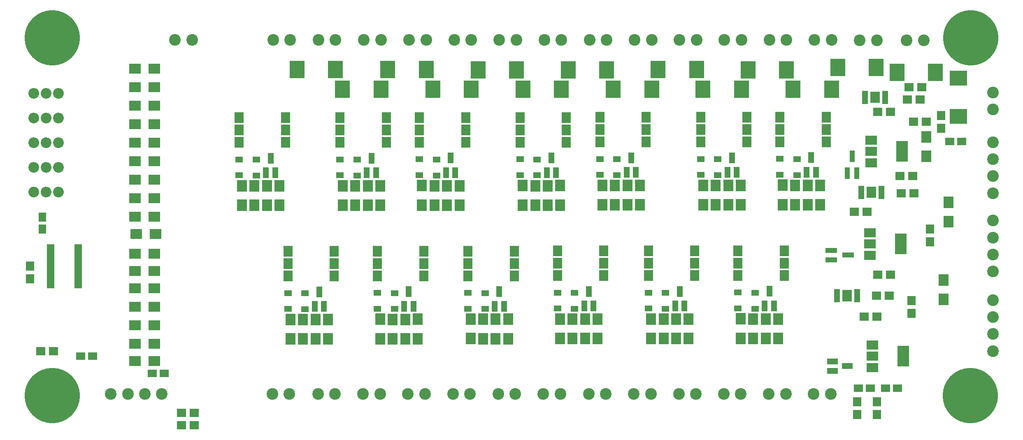
<source format=gbr>
G04 #@! TF.FileFunction,Soldermask,Top*
%FSLAX46Y46*%
G04 Gerber Fmt 4.6, Leading zero omitted, Abs format (unit mm)*
G04 Created by KiCad (PCBNEW 4.0.6) date Tuesday, July 11, 2017 'PMt' 04:53:45 PM*
%MOMM*%
%LPD*%
G01*
G04 APERTURE LIST*
%ADD10C,0.100000*%
%ADD11R,1.900000X1.650000*%
%ADD12R,1.290000X0.705000*%
%ADD13R,1.240000X1.340000*%
%ADD14R,1.900000X1.700000*%
%ADD15R,2.400000X4.200000*%
%ADD16R,2.400000X1.900000*%
%ADD17R,2.000000X2.400000*%
%ADD18R,1.500000X0.800000*%
%ADD19O,2.200000X2.200000*%
%ADD20C,2.400000*%
%ADD21R,2.100000X2.400000*%
%ADD22R,1.200000X2.300000*%
%ADD23R,1.620000X1.310000*%
%ADD24R,1.920000X2.180000*%
%ADD25R,3.100000X3.600000*%
%ADD26C,11.400000*%
%ADD27C,1.100000*%
%ADD28R,2.400000X2.100000*%
%ADD29R,1.700000X1.900000*%
%ADD30R,3.600000X3.100000*%
%ADD31R,2.400000X1.050000*%
%ADD32R,1.050000X2.400000*%
%ADD33R,2.300000X1.200000*%
%ADD34R,1.650000X1.900000*%
G04 APERTURE END LIST*
D10*
D11*
X30714000Y-76708000D03*
X28214000Y-76708000D03*
D12*
X174845000Y-18850000D03*
X174845000Y-19350000D03*
X174845000Y-19850000D03*
X174845000Y-20350000D03*
X174845000Y-20850000D03*
X179055000Y-20850000D03*
X179055000Y-20350000D03*
X179055000Y-19850000D03*
X179055000Y-19350000D03*
X179055000Y-18850000D03*
D13*
X177370000Y-20320000D03*
X177370000Y-19380000D03*
X176530000Y-20320000D03*
X176530000Y-19380000D03*
D14*
X186262000Y-20320000D03*
X183562000Y-20320000D03*
X180166000Y-22860000D03*
X177466000Y-22860000D03*
D15*
X182474000Y-30988000D03*
D16*
X176174000Y-30988000D03*
X176174000Y-33288000D03*
X176174000Y-28688000D03*
D14*
X184832000Y-24892000D03*
X187532000Y-24892000D03*
D17*
X187452000Y-27972000D03*
X187452000Y-31972000D03*
D14*
X175340000Y-43434000D03*
X172640000Y-43434000D03*
D18*
X7310000Y-50385000D03*
X7310000Y-51035000D03*
X7310000Y-51685000D03*
X7310000Y-52335000D03*
X7310000Y-52985000D03*
X7310000Y-53635000D03*
X7310000Y-54285000D03*
X7310000Y-54935000D03*
X7310000Y-55585000D03*
X7310000Y-56235000D03*
X7310000Y-56885000D03*
X7310000Y-57535000D03*
X7310000Y-58185000D03*
X7310000Y-58835000D03*
X13010000Y-58835000D03*
X13010000Y-58185000D03*
X13010000Y-57535000D03*
X13010000Y-56885000D03*
X13010000Y-56235000D03*
X13010000Y-55585000D03*
X13010000Y-54935000D03*
X13010000Y-54285000D03*
X13010000Y-53635000D03*
X13010000Y-52985000D03*
X13010000Y-52335000D03*
X13010000Y-51685000D03*
X13010000Y-51035000D03*
X13010000Y-50385000D03*
D19*
X3810000Y-34290000D03*
X6350000Y-34290000D03*
X8890000Y-34290000D03*
D20*
X164325000Y-80900000D03*
X167825000Y-80900000D03*
D21*
X157920000Y-37930000D03*
X157920000Y-41930000D03*
D22*
X162875000Y-35250000D03*
X164775000Y-35250000D03*
X163825000Y-32250000D03*
D23*
X160890000Y-35825000D03*
X160890000Y-32555000D03*
D21*
X160475000Y-41950000D03*
X160475000Y-37950000D03*
X163075000Y-37950000D03*
X163075000Y-41950000D03*
D23*
X157370000Y-35775000D03*
X157370000Y-32505000D03*
D21*
X165630000Y-41940000D03*
X165630000Y-37940000D03*
D24*
X166900000Y-26440000D03*
X157370000Y-26440000D03*
X166900000Y-23900000D03*
X166900000Y-28980000D03*
X157370000Y-28980000D03*
X157370000Y-23900000D03*
D21*
X141620000Y-37960000D03*
X141620000Y-41960000D03*
D23*
X141070000Y-35805000D03*
X141070000Y-32535000D03*
D24*
X150600000Y-26470000D03*
X141070000Y-26470000D03*
X150600000Y-23930000D03*
X150600000Y-29010000D03*
X141070000Y-29010000D03*
X141070000Y-23930000D03*
D22*
X146575000Y-35280000D03*
X148475000Y-35280000D03*
X147525000Y-32280000D03*
D23*
X144590000Y-35855000D03*
X144590000Y-32585000D03*
D24*
X129860000Y-26480000D03*
X120330000Y-26480000D03*
X129860000Y-23940000D03*
X129860000Y-29020000D03*
X120330000Y-29020000D03*
X120330000Y-23940000D03*
D22*
X125835000Y-35290000D03*
X127735000Y-35290000D03*
X126785000Y-32290000D03*
D23*
X123850000Y-35865000D03*
X123850000Y-32595000D03*
X120330000Y-35815000D03*
X120330000Y-32545000D03*
D21*
X123435000Y-41990000D03*
X123435000Y-37990000D03*
X126035000Y-37990000D03*
X126035000Y-41990000D03*
X120880000Y-37970000D03*
X120880000Y-41970000D03*
X146775000Y-37980000D03*
X146775000Y-41980000D03*
X144175000Y-41980000D03*
X144175000Y-37980000D03*
X128590000Y-41980000D03*
X128590000Y-37980000D03*
X149330000Y-41970000D03*
X149330000Y-37970000D03*
D22*
X154255000Y-62760000D03*
X156155000Y-62760000D03*
X155205000Y-59760000D03*
D24*
X158280000Y-53950000D03*
X148750000Y-53950000D03*
X158280000Y-51410000D03*
X158280000Y-56490000D03*
X148750000Y-56490000D03*
X148750000Y-51410000D03*
D23*
X152270000Y-63335000D03*
X152270000Y-60065000D03*
X148750000Y-63285000D03*
X148750000Y-60015000D03*
D21*
X130880000Y-65470000D03*
X130880000Y-69470000D03*
X133435000Y-69490000D03*
X133435000Y-65490000D03*
X136035000Y-65490000D03*
X136035000Y-69490000D03*
X138590000Y-69480000D03*
X138590000Y-65480000D03*
D24*
X139860000Y-53980000D03*
X130330000Y-53980000D03*
X139860000Y-51440000D03*
X139860000Y-56520000D03*
X130330000Y-56520000D03*
X130330000Y-51440000D03*
D22*
X135835000Y-62790000D03*
X137735000Y-62790000D03*
X136785000Y-59790000D03*
D23*
X133850000Y-63365000D03*
X133850000Y-60095000D03*
X130330000Y-63315000D03*
X130330000Y-60045000D03*
D21*
X154455000Y-65460000D03*
X154455000Y-69460000D03*
X151855000Y-69460000D03*
X151855000Y-65460000D03*
X149300000Y-65440000D03*
X149300000Y-69440000D03*
X157010000Y-69450000D03*
X157010000Y-65450000D03*
D23*
X103920000Y-35845000D03*
X103920000Y-32575000D03*
D21*
X104470000Y-38000000D03*
X104470000Y-42000000D03*
D22*
X109425000Y-35320000D03*
X111325000Y-35320000D03*
X110375000Y-32320000D03*
D24*
X113450000Y-26510000D03*
X103920000Y-26510000D03*
X113450000Y-23970000D03*
X113450000Y-29050000D03*
X103920000Y-29050000D03*
X103920000Y-23970000D03*
D23*
X107440000Y-35895000D03*
X107440000Y-32625000D03*
X83180000Y-35855000D03*
X83180000Y-32585000D03*
D22*
X88685000Y-35330000D03*
X90585000Y-35330000D03*
X89635000Y-32330000D03*
D23*
X86700000Y-35905000D03*
X86700000Y-32635000D03*
D24*
X92710000Y-26520000D03*
X83180000Y-26520000D03*
X92710000Y-23980000D03*
X92710000Y-29060000D03*
X83180000Y-29060000D03*
X83180000Y-23980000D03*
D23*
X111600000Y-63325000D03*
X111600000Y-60055000D03*
D21*
X119860000Y-69490000D03*
X119860000Y-65490000D03*
D24*
X121130000Y-53990000D03*
X111600000Y-53990000D03*
X121130000Y-51450000D03*
X121130000Y-56530000D03*
X111600000Y-56530000D03*
X111600000Y-51450000D03*
D22*
X117105000Y-62800000D03*
X119005000Y-62800000D03*
X118055000Y-59800000D03*
D23*
X115120000Y-63375000D03*
X115120000Y-60105000D03*
D21*
X112150000Y-65480000D03*
X112150000Y-69480000D03*
X114705000Y-69500000D03*
X114705000Y-65500000D03*
X117305000Y-65500000D03*
X117305000Y-69500000D03*
X101440000Y-69520000D03*
X101440000Y-65520000D03*
X98885000Y-65530000D03*
X98885000Y-69530000D03*
X93730000Y-65510000D03*
X93730000Y-69510000D03*
X96285000Y-69530000D03*
X96285000Y-65530000D03*
D23*
X93180000Y-63355000D03*
X93180000Y-60085000D03*
D22*
X98685000Y-62830000D03*
X100585000Y-62830000D03*
X99635000Y-59830000D03*
D24*
X102710000Y-54020000D03*
X93180000Y-54020000D03*
X102710000Y-51480000D03*
X102710000Y-56560000D03*
X93180000Y-56560000D03*
X93180000Y-51480000D03*
D23*
X96700000Y-63405000D03*
X96700000Y-60135000D03*
D21*
X112180000Y-42010000D03*
X112180000Y-38010000D03*
X109625000Y-38020000D03*
X109625000Y-42020000D03*
X107025000Y-42020000D03*
X107025000Y-38020000D03*
X83730000Y-38010000D03*
X83730000Y-42010000D03*
X91440000Y-42020000D03*
X91440000Y-38020000D03*
X86285000Y-42030000D03*
X86285000Y-38030000D03*
X88885000Y-38030000D03*
X88885000Y-42030000D03*
D23*
X74560000Y-63365000D03*
X74560000Y-60095000D03*
D24*
X84090000Y-54030000D03*
X74560000Y-54030000D03*
X84090000Y-51490000D03*
X84090000Y-56570000D03*
X74560000Y-56570000D03*
X74560000Y-51490000D03*
D22*
X80065000Y-62840000D03*
X81965000Y-62840000D03*
X81015000Y-59840000D03*
D23*
X78080000Y-63415000D03*
X78080000Y-60145000D03*
D21*
X75110000Y-65520000D03*
X75110000Y-69520000D03*
X77665000Y-69540000D03*
X77665000Y-65540000D03*
X80265000Y-65540000D03*
X80265000Y-69540000D03*
X82820000Y-69530000D03*
X82820000Y-65530000D03*
X72585000Y-38060000D03*
X72585000Y-42060000D03*
X67430000Y-38040000D03*
X67430000Y-42040000D03*
X69985000Y-42060000D03*
X69985000Y-38060000D03*
X75140000Y-42050000D03*
X75140000Y-38050000D03*
D24*
X76410000Y-26550000D03*
X66880000Y-26550000D03*
X76410000Y-24010000D03*
X76410000Y-29090000D03*
X66880000Y-29090000D03*
X66880000Y-24010000D03*
D22*
X72385000Y-35360000D03*
X74285000Y-35360000D03*
X73335000Y-32360000D03*
D23*
X70400000Y-35935000D03*
X70400000Y-32665000D03*
X66880000Y-35885000D03*
X66880000Y-32615000D03*
D21*
X61845000Y-65570000D03*
X61845000Y-69570000D03*
X56690000Y-65550000D03*
X56690000Y-69550000D03*
X59245000Y-69570000D03*
X59245000Y-65570000D03*
X64400000Y-69560000D03*
X64400000Y-65560000D03*
D24*
X65670000Y-54060000D03*
X56140000Y-54060000D03*
X65670000Y-51520000D03*
X65670000Y-56600000D03*
X56140000Y-56600000D03*
X56140000Y-51520000D03*
D22*
X61645000Y-62870000D03*
X63545000Y-62870000D03*
X62595000Y-59870000D03*
D23*
X59660000Y-63445000D03*
X59660000Y-60175000D03*
X56140000Y-63395000D03*
X56140000Y-60125000D03*
X49660000Y-35945000D03*
X49660000Y-32675000D03*
D20*
X56625000Y-7975000D03*
X53125000Y-7975000D03*
X65925000Y-7975000D03*
X62425000Y-7975000D03*
X75275000Y-7975000D03*
X71775000Y-7975000D03*
X84600000Y-7975000D03*
X81100000Y-7975000D03*
X93875000Y-7975000D03*
X90375000Y-7975000D03*
X103150000Y-7975000D03*
X99650000Y-7975000D03*
X112425000Y-7975000D03*
X108925000Y-7975000D03*
X121700000Y-7975000D03*
X118200000Y-7975000D03*
X131000000Y-7975000D03*
X127500000Y-7975000D03*
X140225000Y-7975000D03*
X136725000Y-7975000D03*
X149450000Y-7975000D03*
X145950000Y-7975000D03*
X158725000Y-7975000D03*
X155225000Y-7975000D03*
X168000000Y-7975000D03*
X164500000Y-7975000D03*
X52950000Y-80900000D03*
X56450000Y-80900000D03*
X62350000Y-80900000D03*
X65850000Y-80900000D03*
X71625000Y-80900000D03*
X75125000Y-80900000D03*
X80850000Y-80900000D03*
X84350000Y-80900000D03*
X90125000Y-80900000D03*
X93625000Y-80900000D03*
X99400000Y-80900000D03*
X102900000Y-80900000D03*
X108700000Y-80900000D03*
X112200000Y-80900000D03*
X118025000Y-80900000D03*
X121525000Y-80900000D03*
X127325000Y-80900000D03*
X130825000Y-80900000D03*
X136575000Y-80900000D03*
X140075000Y-80900000D03*
X145850000Y-80900000D03*
X149350000Y-80900000D03*
X155100000Y-80900000D03*
X158600000Y-80900000D03*
X36425000Y-8000000D03*
X32925000Y-8000000D03*
D25*
X58000000Y-14100000D03*
X65900000Y-14100000D03*
X67375000Y-18150000D03*
X75275000Y-18150000D03*
X76700000Y-14125000D03*
X84600000Y-14125000D03*
X85975000Y-18175000D03*
X93875000Y-18175000D03*
X95250000Y-14150000D03*
X103150000Y-14150000D03*
X104525000Y-18175000D03*
X112425000Y-18175000D03*
X113800000Y-14150000D03*
X121700000Y-14150000D03*
X123100000Y-18150000D03*
X131000000Y-18150000D03*
X132325000Y-14125000D03*
X140225000Y-14125000D03*
X141550000Y-18150000D03*
X149450000Y-18150000D03*
X150825000Y-14150000D03*
X158725000Y-14150000D03*
X160100000Y-18150000D03*
X168000000Y-18150000D03*
D22*
X51645000Y-35370000D03*
X53545000Y-35370000D03*
X52595000Y-32370000D03*
D21*
X49245000Y-42070000D03*
X49245000Y-38070000D03*
X51845000Y-38070000D03*
X51845000Y-42070000D03*
X54400000Y-42060000D03*
X54400000Y-38060000D03*
D24*
X55670000Y-26560000D03*
X46140000Y-26560000D03*
X55670000Y-24020000D03*
X55670000Y-29100000D03*
X46140000Y-29100000D03*
X46140000Y-24020000D03*
D26*
X7620000Y-7620000D03*
D27*
X11745000Y-7620000D03*
X10546815Y-10546815D03*
X7620000Y-11745000D03*
X4693185Y-10546815D03*
X3495000Y-7620000D03*
X4693185Y-4693185D03*
X7620000Y-3495000D03*
X10546815Y-4693185D03*
D26*
X196560000Y-81280000D03*
D27*
X200721000Y-81280000D03*
X199522815Y-84206815D03*
X196596000Y-85405000D03*
X193669185Y-84206815D03*
X192471000Y-81280000D03*
X193669185Y-78353185D03*
X196596000Y-77155000D03*
X199522815Y-78353185D03*
D26*
X7620000Y-81280000D03*
D27*
X11745000Y-81280000D03*
X10546815Y-84206815D03*
X7620000Y-85405000D03*
X4693185Y-84206815D03*
X3495000Y-81280000D03*
X4693185Y-78353185D03*
X7620000Y-77155000D03*
X10546815Y-78353185D03*
D26*
X196596000Y-7620000D03*
D27*
X200721000Y-7620000D03*
X199522815Y-10546815D03*
X196596000Y-11745000D03*
X193669185Y-10546815D03*
X192471000Y-7620000D03*
X193669185Y-4693185D03*
X196596000Y-3495000D03*
X199522815Y-4693185D03*
D23*
X46140000Y-35895000D03*
X46140000Y-32625000D03*
D21*
X46690000Y-38050000D03*
X46690000Y-42050000D03*
D28*
X24670000Y-17780000D03*
X28670000Y-17780000D03*
X24670000Y-21590000D03*
X28670000Y-21590000D03*
X24670000Y-25400000D03*
X28670000Y-25400000D03*
X24670000Y-29210000D03*
X28670000Y-29210000D03*
X24670000Y-33020000D03*
X28670000Y-33020000D03*
X24670000Y-36830000D03*
X28670000Y-36830000D03*
X24670000Y-40640000D03*
X28670000Y-40640000D03*
X24670000Y-44450000D03*
X28670000Y-44450000D03*
X28924000Y-48006000D03*
X24924000Y-48006000D03*
X28670000Y-52070000D03*
X24670000Y-52070000D03*
X28670000Y-55626000D03*
X24670000Y-55626000D03*
X28670000Y-59182000D03*
X24670000Y-59182000D03*
X28670000Y-62992000D03*
X24670000Y-62992000D03*
X28670000Y-74168000D03*
X24670000Y-74168000D03*
X28670000Y-66802000D03*
X24670000Y-66802000D03*
X28670000Y-70612000D03*
X24670000Y-70612000D03*
D19*
X3810000Y-19050000D03*
X6350000Y-19050000D03*
X8890000Y-19050000D03*
X3810000Y-24130000D03*
X6350000Y-24130000D03*
X8890000Y-24130000D03*
X3810000Y-29210000D03*
X6350000Y-29210000D03*
X8890000Y-29210000D03*
X3810000Y-39370000D03*
X6350000Y-39370000D03*
X8890000Y-39370000D03*
D28*
X28670000Y-13970000D03*
X24670000Y-13970000D03*
D20*
X19722000Y-80900000D03*
X23222000Y-80900000D03*
X26722000Y-80900000D03*
X30222000Y-80900000D03*
D17*
X192024000Y-45434000D03*
X192024000Y-41434000D03*
X191008000Y-61436000D03*
X191008000Y-57436000D03*
D15*
X182220000Y-50038000D03*
D16*
X175920000Y-50038000D03*
X175920000Y-52338000D03*
X175920000Y-47738000D03*
D15*
X182728000Y-73152000D03*
D16*
X176428000Y-73152000D03*
X176428000Y-75452000D03*
X176428000Y-70852000D03*
D29*
X188214000Y-49610000D03*
X188214000Y-46910000D03*
X184404000Y-64342000D03*
X184404000Y-61642000D03*
D14*
X177372000Y-65024000D03*
X174672000Y-65024000D03*
X184992000Y-39624000D03*
X182292000Y-39624000D03*
X179912000Y-60706000D03*
X177212000Y-60706000D03*
D12*
X174083000Y-38408000D03*
X174083000Y-38908000D03*
X174083000Y-39408000D03*
X174083000Y-39908000D03*
X174083000Y-40408000D03*
X178293000Y-40408000D03*
X178293000Y-39908000D03*
X178293000Y-39408000D03*
X178293000Y-38908000D03*
X178293000Y-38408000D03*
D13*
X176608000Y-39878000D03*
X176608000Y-38938000D03*
X175768000Y-39878000D03*
X175768000Y-38938000D03*
D12*
X169091000Y-59668000D03*
X169091000Y-60168000D03*
X169091000Y-60668000D03*
X169091000Y-61168000D03*
X169091000Y-61668000D03*
X173301000Y-61668000D03*
X173301000Y-61168000D03*
X173301000Y-60668000D03*
X173301000Y-60168000D03*
X173301000Y-59668000D03*
D13*
X171616000Y-61138000D03*
X171616000Y-60198000D03*
X170776000Y-61138000D03*
X170776000Y-60198000D03*
D30*
X194056000Y-15862000D03*
X194056000Y-23762000D03*
D25*
X181470000Y-14732000D03*
X189370000Y-14732000D03*
X169278000Y-13716000D03*
X177178000Y-13716000D03*
D20*
X201168000Y-22352000D03*
X201168000Y-18852000D03*
X186944000Y-8128000D03*
X183444000Y-8128000D03*
X177292000Y-8128000D03*
X173792000Y-8128000D03*
D31*
X167962000Y-51374000D03*
X167962000Y-53274000D03*
X171382000Y-52324000D03*
D32*
X171262000Y-35424000D03*
X173162000Y-35424000D03*
X172212000Y-32004000D03*
D20*
X201168000Y-55712000D03*
X201168000Y-52212000D03*
X201168000Y-48712000D03*
X201168000Y-45212000D03*
X201168000Y-39568000D03*
X201168000Y-36068000D03*
X201168000Y-32568000D03*
X201168000Y-29068000D03*
X201168000Y-72080000D03*
X201168000Y-68580000D03*
X201168000Y-65080000D03*
X201168000Y-61580000D03*
D29*
X177292000Y-85170000D03*
X177292000Y-82470000D03*
X190500000Y-23542000D03*
X190500000Y-26242000D03*
X173228000Y-85170000D03*
X173228000Y-82470000D03*
D33*
X168196000Y-74234000D03*
X168196000Y-76134000D03*
X171196000Y-75184000D03*
D11*
X179090000Y-79756000D03*
X181590000Y-79756000D03*
X192298000Y-28956000D03*
X194798000Y-28956000D03*
X173502000Y-79756000D03*
X176002000Y-79756000D03*
D14*
X5254000Y-72136000D03*
X7954000Y-72136000D03*
D11*
X13482000Y-73152000D03*
X15982000Y-73152000D03*
D14*
X184738000Y-36068000D03*
X182038000Y-36068000D03*
X186596000Y-17780000D03*
X183896000Y-17780000D03*
X180166000Y-56388000D03*
X177466000Y-56388000D03*
D34*
X5588000Y-44470000D03*
X5588000Y-46970000D03*
D14*
X36910000Y-87376000D03*
X34210000Y-87376000D03*
X34210000Y-84836000D03*
X36910000Y-84836000D03*
D29*
X3048000Y-57230000D03*
X3048000Y-54530000D03*
M02*

</source>
